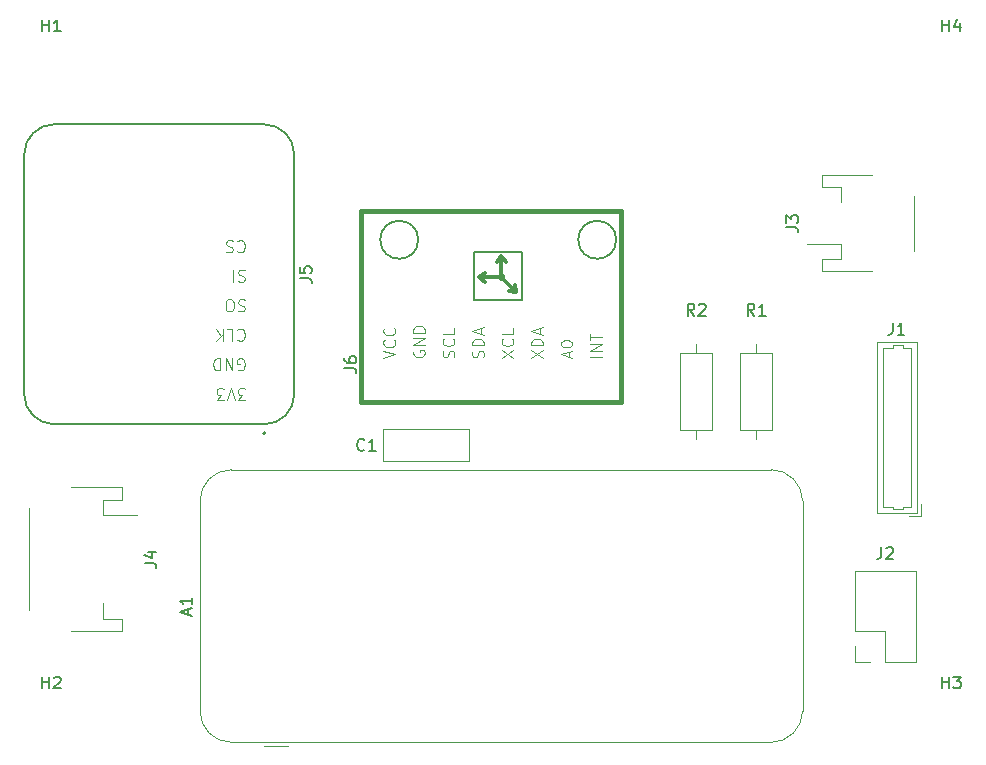
<source format=gbr>
%TF.GenerationSoftware,KiCad,Pcbnew,9.0.4*%
%TF.CreationDate,2025-11-11T21:51:20-08:00*%
%TF.ProjectId,latex-launch-2-pcb,6c617465-782d-46c6-9175-6e63682d322d,rev?*%
%TF.SameCoordinates,Original*%
%TF.FileFunction,Legend,Top*%
%TF.FilePolarity,Positive*%
%FSLAX46Y46*%
G04 Gerber Fmt 4.6, Leading zero omitted, Abs format (unit mm)*
G04 Created by KiCad (PCBNEW 9.0.4) date 2025-11-11 21:51:20*
%MOMM*%
%LPD*%
G01*
G04 APERTURE LIST*
%ADD10C,0.150000*%
%ADD11C,0.100000*%
%ADD12C,0.120000*%
%ADD13C,0.127000*%
%ADD14C,0.304800*%
%ADD15C,0.406400*%
%ADD16C,0.200000*%
G04 APERTURE END LIST*
D10*
X176788819Y-87201333D02*
X177503104Y-87201333D01*
X177503104Y-87201333D02*
X177645961Y-87248952D01*
X177645961Y-87248952D02*
X177741200Y-87344190D01*
X177741200Y-87344190D02*
X177788819Y-87487047D01*
X177788819Y-87487047D02*
X177788819Y-87582285D01*
X176788819Y-86820380D02*
X176788819Y-86201333D01*
X176788819Y-86201333D02*
X177169771Y-86534666D01*
X177169771Y-86534666D02*
X177169771Y-86391809D01*
X177169771Y-86391809D02*
X177217390Y-86296571D01*
X177217390Y-86296571D02*
X177265009Y-86248952D01*
X177265009Y-86248952D02*
X177360247Y-86201333D01*
X177360247Y-86201333D02*
X177598342Y-86201333D01*
X177598342Y-86201333D02*
X177693580Y-86248952D01*
X177693580Y-86248952D02*
X177741200Y-86296571D01*
X177741200Y-86296571D02*
X177788819Y-86391809D01*
X177788819Y-86391809D02*
X177788819Y-86677523D01*
X177788819Y-86677523D02*
X177741200Y-86772761D01*
X177741200Y-86772761D02*
X177693580Y-86820380D01*
X113792095Y-70618819D02*
X113792095Y-69618819D01*
X113792095Y-70095009D02*
X114363523Y-70095009D01*
X114363523Y-70618819D02*
X114363523Y-69618819D01*
X115363523Y-70618819D02*
X114792095Y-70618819D01*
X115077809Y-70618819D02*
X115077809Y-69618819D01*
X115077809Y-69618819D02*
X114982571Y-69761676D01*
X114982571Y-69761676D02*
X114887333Y-69856914D01*
X114887333Y-69856914D02*
X114792095Y-69904533D01*
X189992095Y-70618819D02*
X189992095Y-69618819D01*
X189992095Y-70095009D02*
X190563523Y-70095009D01*
X190563523Y-70618819D02*
X190563523Y-69618819D01*
X191468285Y-69952152D02*
X191468285Y-70618819D01*
X191230190Y-69571200D02*
X190992095Y-70285485D01*
X190992095Y-70285485D02*
X191611142Y-70285485D01*
X189992095Y-126244819D02*
X189992095Y-125244819D01*
X189992095Y-125721009D02*
X190563523Y-125721009D01*
X190563523Y-126244819D02*
X190563523Y-125244819D01*
X190944476Y-125244819D02*
X191563523Y-125244819D01*
X191563523Y-125244819D02*
X191230190Y-125625771D01*
X191230190Y-125625771D02*
X191373047Y-125625771D01*
X191373047Y-125625771D02*
X191468285Y-125673390D01*
X191468285Y-125673390D02*
X191515904Y-125721009D01*
X191515904Y-125721009D02*
X191563523Y-125816247D01*
X191563523Y-125816247D02*
X191563523Y-126054342D01*
X191563523Y-126054342D02*
X191515904Y-126149580D01*
X191515904Y-126149580D02*
X191468285Y-126197200D01*
X191468285Y-126197200D02*
X191373047Y-126244819D01*
X191373047Y-126244819D02*
X191087333Y-126244819D01*
X191087333Y-126244819D02*
X190992095Y-126197200D01*
X190992095Y-126197200D02*
X190944476Y-126149580D01*
X113792095Y-126244819D02*
X113792095Y-125244819D01*
X113792095Y-125721009D02*
X114363523Y-125721009D01*
X114363523Y-126244819D02*
X114363523Y-125244819D01*
X114792095Y-125340057D02*
X114839714Y-125292438D01*
X114839714Y-125292438D02*
X114934952Y-125244819D01*
X114934952Y-125244819D02*
X115173047Y-125244819D01*
X115173047Y-125244819D02*
X115268285Y-125292438D01*
X115268285Y-125292438D02*
X115315904Y-125340057D01*
X115315904Y-125340057D02*
X115363523Y-125435295D01*
X115363523Y-125435295D02*
X115363523Y-125530533D01*
X115363523Y-125530533D02*
X115315904Y-125673390D01*
X115315904Y-125673390D02*
X114744476Y-126244819D01*
X114744476Y-126244819D02*
X115363523Y-126244819D01*
X139383419Y-99139333D02*
X140097704Y-99139333D01*
X140097704Y-99139333D02*
X140240561Y-99186952D01*
X140240561Y-99186952D02*
X140335800Y-99282190D01*
X140335800Y-99282190D02*
X140383419Y-99425047D01*
X140383419Y-99425047D02*
X140383419Y-99520285D01*
X139383419Y-98234571D02*
X139383419Y-98425047D01*
X139383419Y-98425047D02*
X139431038Y-98520285D01*
X139431038Y-98520285D02*
X139478657Y-98567904D01*
X139478657Y-98567904D02*
X139621514Y-98663142D01*
X139621514Y-98663142D02*
X139811990Y-98710761D01*
X139811990Y-98710761D02*
X140192942Y-98710761D01*
X140192942Y-98710761D02*
X140288180Y-98663142D01*
X140288180Y-98663142D02*
X140335800Y-98615523D01*
X140335800Y-98615523D02*
X140383419Y-98520285D01*
X140383419Y-98520285D02*
X140383419Y-98329809D01*
X140383419Y-98329809D02*
X140335800Y-98234571D01*
X140335800Y-98234571D02*
X140288180Y-98186952D01*
X140288180Y-98186952D02*
X140192942Y-98139333D01*
X140192942Y-98139333D02*
X139954847Y-98139333D01*
X139954847Y-98139333D02*
X139859609Y-98186952D01*
X139859609Y-98186952D02*
X139811990Y-98234571D01*
X139811990Y-98234571D02*
X139764371Y-98329809D01*
X139764371Y-98329809D02*
X139764371Y-98520285D01*
X139764371Y-98520285D02*
X139811990Y-98615523D01*
X139811990Y-98615523D02*
X139859609Y-98663142D01*
X139859609Y-98663142D02*
X139954847Y-98710761D01*
D11*
X151138800Y-98216734D02*
X151186419Y-98073877D01*
X151186419Y-98073877D02*
X151186419Y-97835782D01*
X151186419Y-97835782D02*
X151138800Y-97740544D01*
X151138800Y-97740544D02*
X151091180Y-97692925D01*
X151091180Y-97692925D02*
X150995942Y-97645306D01*
X150995942Y-97645306D02*
X150900704Y-97645306D01*
X150900704Y-97645306D02*
X150805466Y-97692925D01*
X150805466Y-97692925D02*
X150757847Y-97740544D01*
X150757847Y-97740544D02*
X150710228Y-97835782D01*
X150710228Y-97835782D02*
X150662609Y-98026258D01*
X150662609Y-98026258D02*
X150614990Y-98121496D01*
X150614990Y-98121496D02*
X150567371Y-98169115D01*
X150567371Y-98169115D02*
X150472133Y-98216734D01*
X150472133Y-98216734D02*
X150376895Y-98216734D01*
X150376895Y-98216734D02*
X150281657Y-98169115D01*
X150281657Y-98169115D02*
X150234038Y-98121496D01*
X150234038Y-98121496D02*
X150186419Y-98026258D01*
X150186419Y-98026258D02*
X150186419Y-97788163D01*
X150186419Y-97788163D02*
X150234038Y-97645306D01*
X151186419Y-97216734D02*
X150186419Y-97216734D01*
X150186419Y-97216734D02*
X150186419Y-96978639D01*
X150186419Y-96978639D02*
X150234038Y-96835782D01*
X150234038Y-96835782D02*
X150329276Y-96740544D01*
X150329276Y-96740544D02*
X150424514Y-96692925D01*
X150424514Y-96692925D02*
X150614990Y-96645306D01*
X150614990Y-96645306D02*
X150757847Y-96645306D01*
X150757847Y-96645306D02*
X150948323Y-96692925D01*
X150948323Y-96692925D02*
X151043561Y-96740544D01*
X151043561Y-96740544D02*
X151138800Y-96835782D01*
X151138800Y-96835782D02*
X151186419Y-96978639D01*
X151186419Y-96978639D02*
X151186419Y-97216734D01*
X150900704Y-96264353D02*
X150900704Y-95788163D01*
X151186419Y-96359591D02*
X150186419Y-96026258D01*
X150186419Y-96026258D02*
X151186419Y-95692925D01*
X158400704Y-98216734D02*
X158400704Y-97740544D01*
X158686419Y-98311972D02*
X157686419Y-97978639D01*
X157686419Y-97978639D02*
X158686419Y-97645306D01*
X157686419Y-97121496D02*
X157686419Y-97026258D01*
X157686419Y-97026258D02*
X157734038Y-96931020D01*
X157734038Y-96931020D02*
X157781657Y-96883401D01*
X157781657Y-96883401D02*
X157876895Y-96835782D01*
X157876895Y-96835782D02*
X158067371Y-96788163D01*
X158067371Y-96788163D02*
X158305466Y-96788163D01*
X158305466Y-96788163D02*
X158495942Y-96835782D01*
X158495942Y-96835782D02*
X158591180Y-96883401D01*
X158591180Y-96883401D02*
X158638800Y-96931020D01*
X158638800Y-96931020D02*
X158686419Y-97026258D01*
X158686419Y-97026258D02*
X158686419Y-97121496D01*
X158686419Y-97121496D02*
X158638800Y-97216734D01*
X158638800Y-97216734D02*
X158591180Y-97264353D01*
X158591180Y-97264353D02*
X158495942Y-97311972D01*
X158495942Y-97311972D02*
X158305466Y-97359591D01*
X158305466Y-97359591D02*
X158067371Y-97359591D01*
X158067371Y-97359591D02*
X157876895Y-97311972D01*
X157876895Y-97311972D02*
X157781657Y-97264353D01*
X157781657Y-97264353D02*
X157734038Y-97216734D01*
X157734038Y-97216734D02*
X157686419Y-97121496D01*
X161186419Y-98169115D02*
X160186419Y-98169115D01*
X161186419Y-97692925D02*
X160186419Y-97692925D01*
X160186419Y-97692925D02*
X161186419Y-97121497D01*
X161186419Y-97121497D02*
X160186419Y-97121497D01*
X160186419Y-96788163D02*
X160186419Y-96216735D01*
X161186419Y-96502449D02*
X160186419Y-96502449D01*
X155186419Y-98264353D02*
X156186419Y-97597687D01*
X155186419Y-97597687D02*
X156186419Y-98264353D01*
X156186419Y-97216734D02*
X155186419Y-97216734D01*
X155186419Y-97216734D02*
X155186419Y-96978639D01*
X155186419Y-96978639D02*
X155234038Y-96835782D01*
X155234038Y-96835782D02*
X155329276Y-96740544D01*
X155329276Y-96740544D02*
X155424514Y-96692925D01*
X155424514Y-96692925D02*
X155614990Y-96645306D01*
X155614990Y-96645306D02*
X155757847Y-96645306D01*
X155757847Y-96645306D02*
X155948323Y-96692925D01*
X155948323Y-96692925D02*
X156043561Y-96740544D01*
X156043561Y-96740544D02*
X156138800Y-96835782D01*
X156138800Y-96835782D02*
X156186419Y-96978639D01*
X156186419Y-96978639D02*
X156186419Y-97216734D01*
X155900704Y-96264353D02*
X155900704Y-95788163D01*
X156186419Y-96359591D02*
X155186419Y-96026258D01*
X155186419Y-96026258D02*
X156186419Y-95692925D01*
X152686419Y-98264353D02*
X153686419Y-97597687D01*
X152686419Y-97597687D02*
X153686419Y-98264353D01*
X153591180Y-96645306D02*
X153638800Y-96692925D01*
X153638800Y-96692925D02*
X153686419Y-96835782D01*
X153686419Y-96835782D02*
X153686419Y-96931020D01*
X153686419Y-96931020D02*
X153638800Y-97073877D01*
X153638800Y-97073877D02*
X153543561Y-97169115D01*
X153543561Y-97169115D02*
X153448323Y-97216734D01*
X153448323Y-97216734D02*
X153257847Y-97264353D01*
X153257847Y-97264353D02*
X153114990Y-97264353D01*
X153114990Y-97264353D02*
X152924514Y-97216734D01*
X152924514Y-97216734D02*
X152829276Y-97169115D01*
X152829276Y-97169115D02*
X152734038Y-97073877D01*
X152734038Y-97073877D02*
X152686419Y-96931020D01*
X152686419Y-96931020D02*
X152686419Y-96835782D01*
X152686419Y-96835782D02*
X152734038Y-96692925D01*
X152734038Y-96692925D02*
X152781657Y-96645306D01*
X153686419Y-95740544D02*
X153686419Y-96216734D01*
X153686419Y-96216734D02*
X152686419Y-96216734D01*
X142686419Y-98311972D02*
X143686419Y-97978639D01*
X143686419Y-97978639D02*
X142686419Y-97645306D01*
X143591180Y-96740544D02*
X143638800Y-96788163D01*
X143638800Y-96788163D02*
X143686419Y-96931020D01*
X143686419Y-96931020D02*
X143686419Y-97026258D01*
X143686419Y-97026258D02*
X143638800Y-97169115D01*
X143638800Y-97169115D02*
X143543561Y-97264353D01*
X143543561Y-97264353D02*
X143448323Y-97311972D01*
X143448323Y-97311972D02*
X143257847Y-97359591D01*
X143257847Y-97359591D02*
X143114990Y-97359591D01*
X143114990Y-97359591D02*
X142924514Y-97311972D01*
X142924514Y-97311972D02*
X142829276Y-97264353D01*
X142829276Y-97264353D02*
X142734038Y-97169115D01*
X142734038Y-97169115D02*
X142686419Y-97026258D01*
X142686419Y-97026258D02*
X142686419Y-96931020D01*
X142686419Y-96931020D02*
X142734038Y-96788163D01*
X142734038Y-96788163D02*
X142781657Y-96740544D01*
X143591180Y-95740544D02*
X143638800Y-95788163D01*
X143638800Y-95788163D02*
X143686419Y-95931020D01*
X143686419Y-95931020D02*
X143686419Y-96026258D01*
X143686419Y-96026258D02*
X143638800Y-96169115D01*
X143638800Y-96169115D02*
X143543561Y-96264353D01*
X143543561Y-96264353D02*
X143448323Y-96311972D01*
X143448323Y-96311972D02*
X143257847Y-96359591D01*
X143257847Y-96359591D02*
X143114990Y-96359591D01*
X143114990Y-96359591D02*
X142924514Y-96311972D01*
X142924514Y-96311972D02*
X142829276Y-96264353D01*
X142829276Y-96264353D02*
X142734038Y-96169115D01*
X142734038Y-96169115D02*
X142686419Y-96026258D01*
X142686419Y-96026258D02*
X142686419Y-95931020D01*
X142686419Y-95931020D02*
X142734038Y-95788163D01*
X142734038Y-95788163D02*
X142781657Y-95740544D01*
X148638800Y-98216734D02*
X148686419Y-98073877D01*
X148686419Y-98073877D02*
X148686419Y-97835782D01*
X148686419Y-97835782D02*
X148638800Y-97740544D01*
X148638800Y-97740544D02*
X148591180Y-97692925D01*
X148591180Y-97692925D02*
X148495942Y-97645306D01*
X148495942Y-97645306D02*
X148400704Y-97645306D01*
X148400704Y-97645306D02*
X148305466Y-97692925D01*
X148305466Y-97692925D02*
X148257847Y-97740544D01*
X148257847Y-97740544D02*
X148210228Y-97835782D01*
X148210228Y-97835782D02*
X148162609Y-98026258D01*
X148162609Y-98026258D02*
X148114990Y-98121496D01*
X148114990Y-98121496D02*
X148067371Y-98169115D01*
X148067371Y-98169115D02*
X147972133Y-98216734D01*
X147972133Y-98216734D02*
X147876895Y-98216734D01*
X147876895Y-98216734D02*
X147781657Y-98169115D01*
X147781657Y-98169115D02*
X147734038Y-98121496D01*
X147734038Y-98121496D02*
X147686419Y-98026258D01*
X147686419Y-98026258D02*
X147686419Y-97788163D01*
X147686419Y-97788163D02*
X147734038Y-97645306D01*
X148591180Y-96645306D02*
X148638800Y-96692925D01*
X148638800Y-96692925D02*
X148686419Y-96835782D01*
X148686419Y-96835782D02*
X148686419Y-96931020D01*
X148686419Y-96931020D02*
X148638800Y-97073877D01*
X148638800Y-97073877D02*
X148543561Y-97169115D01*
X148543561Y-97169115D02*
X148448323Y-97216734D01*
X148448323Y-97216734D02*
X148257847Y-97264353D01*
X148257847Y-97264353D02*
X148114990Y-97264353D01*
X148114990Y-97264353D02*
X147924514Y-97216734D01*
X147924514Y-97216734D02*
X147829276Y-97169115D01*
X147829276Y-97169115D02*
X147734038Y-97073877D01*
X147734038Y-97073877D02*
X147686419Y-96931020D01*
X147686419Y-96931020D02*
X147686419Y-96835782D01*
X147686419Y-96835782D02*
X147734038Y-96692925D01*
X147734038Y-96692925D02*
X147781657Y-96645306D01*
X148686419Y-95740544D02*
X148686419Y-96216734D01*
X148686419Y-96216734D02*
X147686419Y-96216734D01*
X145234038Y-97645306D02*
X145186419Y-97740544D01*
X145186419Y-97740544D02*
X145186419Y-97883401D01*
X145186419Y-97883401D02*
X145234038Y-98026258D01*
X145234038Y-98026258D02*
X145329276Y-98121496D01*
X145329276Y-98121496D02*
X145424514Y-98169115D01*
X145424514Y-98169115D02*
X145614990Y-98216734D01*
X145614990Y-98216734D02*
X145757847Y-98216734D01*
X145757847Y-98216734D02*
X145948323Y-98169115D01*
X145948323Y-98169115D02*
X146043561Y-98121496D01*
X146043561Y-98121496D02*
X146138800Y-98026258D01*
X146138800Y-98026258D02*
X146186419Y-97883401D01*
X146186419Y-97883401D02*
X146186419Y-97788163D01*
X146186419Y-97788163D02*
X146138800Y-97645306D01*
X146138800Y-97645306D02*
X146091180Y-97597687D01*
X146091180Y-97597687D02*
X145757847Y-97597687D01*
X145757847Y-97597687D02*
X145757847Y-97788163D01*
X146186419Y-97169115D02*
X145186419Y-97169115D01*
X145186419Y-97169115D02*
X146186419Y-96597687D01*
X146186419Y-96597687D02*
X145186419Y-96597687D01*
X146186419Y-96121496D02*
X145186419Y-96121496D01*
X145186419Y-96121496D02*
X145186419Y-95883401D01*
X145186419Y-95883401D02*
X145234038Y-95740544D01*
X145234038Y-95740544D02*
X145329276Y-95645306D01*
X145329276Y-95645306D02*
X145424514Y-95597687D01*
X145424514Y-95597687D02*
X145614990Y-95550068D01*
X145614990Y-95550068D02*
X145757847Y-95550068D01*
X145757847Y-95550068D02*
X145948323Y-95597687D01*
X145948323Y-95597687D02*
X146043561Y-95645306D01*
X146043561Y-95645306D02*
X146138800Y-95740544D01*
X146138800Y-95740544D02*
X146186419Y-95883401D01*
X146186419Y-95883401D02*
X146186419Y-96121496D01*
D10*
X174077333Y-94688819D02*
X173744000Y-94212628D01*
X173505905Y-94688819D02*
X173505905Y-93688819D01*
X173505905Y-93688819D02*
X173886857Y-93688819D01*
X173886857Y-93688819D02*
X173982095Y-93736438D01*
X173982095Y-93736438D02*
X174029714Y-93784057D01*
X174029714Y-93784057D02*
X174077333Y-93879295D01*
X174077333Y-93879295D02*
X174077333Y-94022152D01*
X174077333Y-94022152D02*
X174029714Y-94117390D01*
X174029714Y-94117390D02*
X173982095Y-94165009D01*
X173982095Y-94165009D02*
X173886857Y-94212628D01*
X173886857Y-94212628D02*
X173505905Y-94212628D01*
X175029714Y-94688819D02*
X174458286Y-94688819D01*
X174744000Y-94688819D02*
X174744000Y-93688819D01*
X174744000Y-93688819D02*
X174648762Y-93831676D01*
X174648762Y-93831676D02*
X174553524Y-93926914D01*
X174553524Y-93926914D02*
X174458286Y-93974533D01*
X185795666Y-95289819D02*
X185795666Y-96004104D01*
X185795666Y-96004104D02*
X185748047Y-96146961D01*
X185748047Y-96146961D02*
X185652809Y-96242200D01*
X185652809Y-96242200D02*
X185509952Y-96289819D01*
X185509952Y-96289819D02*
X185414714Y-96289819D01*
X186795666Y-96289819D02*
X186224238Y-96289819D01*
X186509952Y-96289819D02*
X186509952Y-95289819D01*
X186509952Y-95289819D02*
X186414714Y-95432676D01*
X186414714Y-95432676D02*
X186319476Y-95527914D01*
X186319476Y-95527914D02*
X186224238Y-95575533D01*
X168997333Y-94688819D02*
X168664000Y-94212628D01*
X168425905Y-94688819D02*
X168425905Y-93688819D01*
X168425905Y-93688819D02*
X168806857Y-93688819D01*
X168806857Y-93688819D02*
X168902095Y-93736438D01*
X168902095Y-93736438D02*
X168949714Y-93784057D01*
X168949714Y-93784057D02*
X168997333Y-93879295D01*
X168997333Y-93879295D02*
X168997333Y-94022152D01*
X168997333Y-94022152D02*
X168949714Y-94117390D01*
X168949714Y-94117390D02*
X168902095Y-94165009D01*
X168902095Y-94165009D02*
X168806857Y-94212628D01*
X168806857Y-94212628D02*
X168425905Y-94212628D01*
X169378286Y-93784057D02*
X169425905Y-93736438D01*
X169425905Y-93736438D02*
X169521143Y-93688819D01*
X169521143Y-93688819D02*
X169759238Y-93688819D01*
X169759238Y-93688819D02*
X169854476Y-93736438D01*
X169854476Y-93736438D02*
X169902095Y-93784057D01*
X169902095Y-93784057D02*
X169949714Y-93879295D01*
X169949714Y-93879295D02*
X169949714Y-93974533D01*
X169949714Y-93974533D02*
X169902095Y-94117390D01*
X169902095Y-94117390D02*
X169330667Y-94688819D01*
X169330667Y-94688819D02*
X169949714Y-94688819D01*
X122454819Y-115633333D02*
X123169104Y-115633333D01*
X123169104Y-115633333D02*
X123311961Y-115680952D01*
X123311961Y-115680952D02*
X123407200Y-115776190D01*
X123407200Y-115776190D02*
X123454819Y-115919047D01*
X123454819Y-115919047D02*
X123454819Y-116014285D01*
X122788152Y-114728571D02*
X123454819Y-114728571D01*
X122407200Y-114966666D02*
X123121485Y-115204761D01*
X123121485Y-115204761D02*
X123121485Y-114585714D01*
X141057333Y-106023580D02*
X141009714Y-106071200D01*
X141009714Y-106071200D02*
X140866857Y-106118819D01*
X140866857Y-106118819D02*
X140771619Y-106118819D01*
X140771619Y-106118819D02*
X140628762Y-106071200D01*
X140628762Y-106071200D02*
X140533524Y-105975961D01*
X140533524Y-105975961D02*
X140485905Y-105880723D01*
X140485905Y-105880723D02*
X140438286Y-105690247D01*
X140438286Y-105690247D02*
X140438286Y-105547390D01*
X140438286Y-105547390D02*
X140485905Y-105356914D01*
X140485905Y-105356914D02*
X140533524Y-105261676D01*
X140533524Y-105261676D02*
X140628762Y-105166438D01*
X140628762Y-105166438D02*
X140771619Y-105118819D01*
X140771619Y-105118819D02*
X140866857Y-105118819D01*
X140866857Y-105118819D02*
X141009714Y-105166438D01*
X141009714Y-105166438D02*
X141057333Y-105214057D01*
X142009714Y-106118819D02*
X141438286Y-106118819D01*
X141724000Y-106118819D02*
X141724000Y-105118819D01*
X141724000Y-105118819D02*
X141628762Y-105261676D01*
X141628762Y-105261676D02*
X141533524Y-105356914D01*
X141533524Y-105356914D02*
X141438286Y-105404533D01*
X126153104Y-119986785D02*
X126153104Y-119510595D01*
X126438819Y-120082023D02*
X125438819Y-119748690D01*
X125438819Y-119748690D02*
X126438819Y-119415357D01*
X126438819Y-118558214D02*
X126438819Y-119129642D01*
X126438819Y-118843928D02*
X125438819Y-118843928D01*
X125438819Y-118843928D02*
X125581676Y-118939166D01*
X125581676Y-118939166D02*
X125676914Y-119034404D01*
X125676914Y-119034404D02*
X125724533Y-119129642D01*
X184832666Y-114277819D02*
X184832666Y-114992104D01*
X184832666Y-114992104D02*
X184785047Y-115134961D01*
X184785047Y-115134961D02*
X184689809Y-115230200D01*
X184689809Y-115230200D02*
X184546952Y-115277819D01*
X184546952Y-115277819D02*
X184451714Y-115277819D01*
X185261238Y-114373057D02*
X185308857Y-114325438D01*
X185308857Y-114325438D02*
X185404095Y-114277819D01*
X185404095Y-114277819D02*
X185642190Y-114277819D01*
X185642190Y-114277819D02*
X185737428Y-114325438D01*
X185737428Y-114325438D02*
X185785047Y-114373057D01*
X185785047Y-114373057D02*
X185832666Y-114468295D01*
X185832666Y-114468295D02*
X185832666Y-114563533D01*
X185832666Y-114563533D02*
X185785047Y-114706390D01*
X185785047Y-114706390D02*
X185213619Y-115277819D01*
X185213619Y-115277819D02*
X185832666Y-115277819D01*
X135598819Y-91519333D02*
X136313104Y-91519333D01*
X136313104Y-91519333D02*
X136455961Y-91566952D01*
X136455961Y-91566952D02*
X136551200Y-91662190D01*
X136551200Y-91662190D02*
X136598819Y-91805047D01*
X136598819Y-91805047D02*
X136598819Y-91900285D01*
X135598819Y-90566952D02*
X135598819Y-91043142D01*
X135598819Y-91043142D02*
X136075009Y-91090761D01*
X136075009Y-91090761D02*
X136027390Y-91043142D01*
X136027390Y-91043142D02*
X135979771Y-90947904D01*
X135979771Y-90947904D02*
X135979771Y-90709809D01*
X135979771Y-90709809D02*
X136027390Y-90614571D01*
X136027390Y-90614571D02*
X136075009Y-90566952D01*
X136075009Y-90566952D02*
X136170247Y-90519333D01*
X136170247Y-90519333D02*
X136408342Y-90519333D01*
X136408342Y-90519333D02*
X136503580Y-90566952D01*
X136503580Y-90566952D02*
X136551200Y-90614571D01*
X136551200Y-90614571D02*
X136598819Y-90709809D01*
X136598819Y-90709809D02*
X136598819Y-90947904D01*
X136598819Y-90947904D02*
X136551200Y-91043142D01*
X136551200Y-91043142D02*
X136503580Y-91090761D01*
D11*
X130989353Y-101813580D02*
X130370306Y-101813580D01*
X130370306Y-101813580D02*
X130703639Y-101432628D01*
X130703639Y-101432628D02*
X130560782Y-101432628D01*
X130560782Y-101432628D02*
X130465544Y-101385009D01*
X130465544Y-101385009D02*
X130417925Y-101337390D01*
X130417925Y-101337390D02*
X130370306Y-101242152D01*
X130370306Y-101242152D02*
X130370306Y-101004057D01*
X130370306Y-101004057D02*
X130417925Y-100908819D01*
X130417925Y-100908819D02*
X130465544Y-100861200D01*
X130465544Y-100861200D02*
X130560782Y-100813580D01*
X130560782Y-100813580D02*
X130846496Y-100813580D01*
X130846496Y-100813580D02*
X130941734Y-100861200D01*
X130941734Y-100861200D02*
X130989353Y-100908819D01*
X130084591Y-101813580D02*
X129751258Y-100813580D01*
X129751258Y-100813580D02*
X129417925Y-101813580D01*
X129179829Y-101813580D02*
X128560782Y-101813580D01*
X128560782Y-101813580D02*
X128894115Y-101432628D01*
X128894115Y-101432628D02*
X128751258Y-101432628D01*
X128751258Y-101432628D02*
X128656020Y-101385009D01*
X128656020Y-101385009D02*
X128608401Y-101337390D01*
X128608401Y-101337390D02*
X128560782Y-101242152D01*
X128560782Y-101242152D02*
X128560782Y-101004057D01*
X128560782Y-101004057D02*
X128608401Y-100908819D01*
X128608401Y-100908819D02*
X128656020Y-100861200D01*
X128656020Y-100861200D02*
X128751258Y-100813580D01*
X128751258Y-100813580D02*
X129036972Y-100813580D01*
X129036972Y-100813580D02*
X129132210Y-100861200D01*
X129132210Y-100861200D02*
X129179829Y-100908819D01*
X130941734Y-90861200D02*
X130798877Y-90813580D01*
X130798877Y-90813580D02*
X130560782Y-90813580D01*
X130560782Y-90813580D02*
X130465544Y-90861200D01*
X130465544Y-90861200D02*
X130417925Y-90908819D01*
X130417925Y-90908819D02*
X130370306Y-91004057D01*
X130370306Y-91004057D02*
X130370306Y-91099295D01*
X130370306Y-91099295D02*
X130417925Y-91194533D01*
X130417925Y-91194533D02*
X130465544Y-91242152D01*
X130465544Y-91242152D02*
X130560782Y-91289771D01*
X130560782Y-91289771D02*
X130751258Y-91337390D01*
X130751258Y-91337390D02*
X130846496Y-91385009D01*
X130846496Y-91385009D02*
X130894115Y-91432628D01*
X130894115Y-91432628D02*
X130941734Y-91527866D01*
X130941734Y-91527866D02*
X130941734Y-91623104D01*
X130941734Y-91623104D02*
X130894115Y-91718342D01*
X130894115Y-91718342D02*
X130846496Y-91765961D01*
X130846496Y-91765961D02*
X130751258Y-91813580D01*
X130751258Y-91813580D02*
X130513163Y-91813580D01*
X130513163Y-91813580D02*
X130370306Y-91765961D01*
X129941734Y-90813580D02*
X129941734Y-91813580D01*
X130322687Y-88408819D02*
X130370306Y-88361200D01*
X130370306Y-88361200D02*
X130513163Y-88313580D01*
X130513163Y-88313580D02*
X130608401Y-88313580D01*
X130608401Y-88313580D02*
X130751258Y-88361200D01*
X130751258Y-88361200D02*
X130846496Y-88456438D01*
X130846496Y-88456438D02*
X130894115Y-88551676D01*
X130894115Y-88551676D02*
X130941734Y-88742152D01*
X130941734Y-88742152D02*
X130941734Y-88885009D01*
X130941734Y-88885009D02*
X130894115Y-89075485D01*
X130894115Y-89075485D02*
X130846496Y-89170723D01*
X130846496Y-89170723D02*
X130751258Y-89265961D01*
X130751258Y-89265961D02*
X130608401Y-89313580D01*
X130608401Y-89313580D02*
X130513163Y-89313580D01*
X130513163Y-89313580D02*
X130370306Y-89265961D01*
X130370306Y-89265961D02*
X130322687Y-89218342D01*
X129941734Y-88361200D02*
X129798877Y-88313580D01*
X129798877Y-88313580D02*
X129560782Y-88313580D01*
X129560782Y-88313580D02*
X129465544Y-88361200D01*
X129465544Y-88361200D02*
X129417925Y-88408819D01*
X129417925Y-88408819D02*
X129370306Y-88504057D01*
X129370306Y-88504057D02*
X129370306Y-88599295D01*
X129370306Y-88599295D02*
X129417925Y-88694533D01*
X129417925Y-88694533D02*
X129465544Y-88742152D01*
X129465544Y-88742152D02*
X129560782Y-88789771D01*
X129560782Y-88789771D02*
X129751258Y-88837390D01*
X129751258Y-88837390D02*
X129846496Y-88885009D01*
X129846496Y-88885009D02*
X129894115Y-88932628D01*
X129894115Y-88932628D02*
X129941734Y-89027866D01*
X129941734Y-89027866D02*
X129941734Y-89123104D01*
X129941734Y-89123104D02*
X129894115Y-89218342D01*
X129894115Y-89218342D02*
X129846496Y-89265961D01*
X129846496Y-89265961D02*
X129751258Y-89313580D01*
X129751258Y-89313580D02*
X129513163Y-89313580D01*
X129513163Y-89313580D02*
X129370306Y-89265961D01*
X130941734Y-93361200D02*
X130798877Y-93313580D01*
X130798877Y-93313580D02*
X130560782Y-93313580D01*
X130560782Y-93313580D02*
X130465544Y-93361200D01*
X130465544Y-93361200D02*
X130417925Y-93408819D01*
X130417925Y-93408819D02*
X130370306Y-93504057D01*
X130370306Y-93504057D02*
X130370306Y-93599295D01*
X130370306Y-93599295D02*
X130417925Y-93694533D01*
X130417925Y-93694533D02*
X130465544Y-93742152D01*
X130465544Y-93742152D02*
X130560782Y-93789771D01*
X130560782Y-93789771D02*
X130751258Y-93837390D01*
X130751258Y-93837390D02*
X130846496Y-93885009D01*
X130846496Y-93885009D02*
X130894115Y-93932628D01*
X130894115Y-93932628D02*
X130941734Y-94027866D01*
X130941734Y-94027866D02*
X130941734Y-94123104D01*
X130941734Y-94123104D02*
X130894115Y-94218342D01*
X130894115Y-94218342D02*
X130846496Y-94265961D01*
X130846496Y-94265961D02*
X130751258Y-94313580D01*
X130751258Y-94313580D02*
X130513163Y-94313580D01*
X130513163Y-94313580D02*
X130370306Y-94265961D01*
X129751258Y-94313580D02*
X129560782Y-94313580D01*
X129560782Y-94313580D02*
X129465544Y-94265961D01*
X129465544Y-94265961D02*
X129370306Y-94170723D01*
X129370306Y-94170723D02*
X129322687Y-93980247D01*
X129322687Y-93980247D02*
X129322687Y-93646914D01*
X129322687Y-93646914D02*
X129370306Y-93456438D01*
X129370306Y-93456438D02*
X129465544Y-93361200D01*
X129465544Y-93361200D02*
X129560782Y-93313580D01*
X129560782Y-93313580D02*
X129751258Y-93313580D01*
X129751258Y-93313580D02*
X129846496Y-93361200D01*
X129846496Y-93361200D02*
X129941734Y-93456438D01*
X129941734Y-93456438D02*
X129989353Y-93646914D01*
X129989353Y-93646914D02*
X129989353Y-93980247D01*
X129989353Y-93980247D02*
X129941734Y-94170723D01*
X129941734Y-94170723D02*
X129846496Y-94265961D01*
X129846496Y-94265961D02*
X129751258Y-94313580D01*
X130322687Y-95908819D02*
X130370306Y-95861200D01*
X130370306Y-95861200D02*
X130513163Y-95813580D01*
X130513163Y-95813580D02*
X130608401Y-95813580D01*
X130608401Y-95813580D02*
X130751258Y-95861200D01*
X130751258Y-95861200D02*
X130846496Y-95956438D01*
X130846496Y-95956438D02*
X130894115Y-96051676D01*
X130894115Y-96051676D02*
X130941734Y-96242152D01*
X130941734Y-96242152D02*
X130941734Y-96385009D01*
X130941734Y-96385009D02*
X130894115Y-96575485D01*
X130894115Y-96575485D02*
X130846496Y-96670723D01*
X130846496Y-96670723D02*
X130751258Y-96765961D01*
X130751258Y-96765961D02*
X130608401Y-96813580D01*
X130608401Y-96813580D02*
X130513163Y-96813580D01*
X130513163Y-96813580D02*
X130370306Y-96765961D01*
X130370306Y-96765961D02*
X130322687Y-96718342D01*
X129417925Y-95813580D02*
X129894115Y-95813580D01*
X129894115Y-95813580D02*
X129894115Y-96813580D01*
X129084591Y-95813580D02*
X129084591Y-96813580D01*
X128513163Y-95813580D02*
X128941734Y-96385009D01*
X128513163Y-96813580D02*
X129084591Y-96242152D01*
X130370306Y-99265961D02*
X130465544Y-99313580D01*
X130465544Y-99313580D02*
X130608401Y-99313580D01*
X130608401Y-99313580D02*
X130751258Y-99265961D01*
X130751258Y-99265961D02*
X130846496Y-99170723D01*
X130846496Y-99170723D02*
X130894115Y-99075485D01*
X130894115Y-99075485D02*
X130941734Y-98885009D01*
X130941734Y-98885009D02*
X130941734Y-98742152D01*
X130941734Y-98742152D02*
X130894115Y-98551676D01*
X130894115Y-98551676D02*
X130846496Y-98456438D01*
X130846496Y-98456438D02*
X130751258Y-98361200D01*
X130751258Y-98361200D02*
X130608401Y-98313580D01*
X130608401Y-98313580D02*
X130513163Y-98313580D01*
X130513163Y-98313580D02*
X130370306Y-98361200D01*
X130370306Y-98361200D02*
X130322687Y-98408819D01*
X130322687Y-98408819D02*
X130322687Y-98742152D01*
X130322687Y-98742152D02*
X130513163Y-98742152D01*
X129894115Y-98313580D02*
X129894115Y-99313580D01*
X129894115Y-99313580D02*
X129322687Y-98313580D01*
X129322687Y-98313580D02*
X129322687Y-99313580D01*
X128846496Y-98313580D02*
X128846496Y-99313580D01*
X128846496Y-99313580D02*
X128608401Y-99313580D01*
X128608401Y-99313580D02*
X128465544Y-99265961D01*
X128465544Y-99265961D02*
X128370306Y-99170723D01*
X128370306Y-99170723D02*
X128322687Y-99075485D01*
X128322687Y-99075485D02*
X128275068Y-98885009D01*
X128275068Y-98885009D02*
X128275068Y-98742152D01*
X128275068Y-98742152D02*
X128322687Y-98551676D01*
X128322687Y-98551676D02*
X128370306Y-98456438D01*
X128370306Y-98456438D02*
X128465544Y-98361200D01*
X128465544Y-98361200D02*
X128608401Y-98313580D01*
X128608401Y-98313580D02*
X128846496Y-98313580D01*
D12*
%TO.C,J3*%
X179824000Y-82808000D02*
X179824000Y-83828000D01*
X179824000Y-83828000D02*
X181424000Y-83828000D01*
X179824000Y-89908000D02*
X181424000Y-89908000D01*
X179824000Y-90928000D02*
X179824000Y-89908000D01*
X181424000Y-83828000D02*
X181424000Y-85108000D01*
X181424000Y-88628000D02*
X178534000Y-88628000D01*
X181424000Y-89908000D02*
X181424000Y-88628000D01*
X184074000Y-82808000D02*
X179824000Y-82808000D01*
X184074000Y-90928000D02*
X179824000Y-90928000D01*
X187644000Y-89208000D02*
X187644000Y-84528000D01*
D13*
%TO.C,J6*%
X162388430Y-88265000D02*
G75*
G02*
X159175570Y-88265000I-1606430J0D01*
G01*
X159175570Y-88265000D02*
G75*
G02*
X162388430Y-88265000I1606430J0D01*
G01*
X145624430Y-88265000D02*
G75*
G02*
X142411570Y-88265000I-1606430J0D01*
G01*
X142411570Y-88265000D02*
G75*
G02*
X145624430Y-88265000I1606430J0D01*
G01*
D14*
X152833603Y-91440000D02*
G75*
G02*
X152474397Y-91440000I-179603J0D01*
G01*
X152474397Y-91440000D02*
G75*
G02*
X152833603Y-91440000I179603J0D01*
G01*
D15*
X162814000Y-85823000D02*
X140814000Y-85823000D01*
X140814000Y-85823000D02*
X140814000Y-101973000D01*
D13*
X154432000Y-89281000D02*
X150368000Y-89281000D01*
X150368000Y-89281000D02*
X150368000Y-93345000D01*
D14*
X152654000Y-89662000D02*
X153035000Y-90170000D01*
X152273000Y-90170000D02*
X152654000Y-89662000D01*
X151257000Y-91059000D02*
X150749000Y-91440000D01*
X152654000Y-91440000D02*
X152654000Y-89662000D01*
X152654000Y-91440000D02*
X150749000Y-91440000D01*
X152654000Y-91440000D02*
X153924000Y-92710000D01*
X150749000Y-91440000D02*
X151257000Y-91821000D01*
X153924000Y-92710000D02*
X153797000Y-92075000D01*
X153924000Y-92710000D02*
X153289000Y-92583000D01*
D13*
X154432000Y-93345000D02*
X154432000Y-89281000D01*
X150368000Y-93345000D02*
X154432000Y-93345000D01*
D15*
X162814000Y-101973000D02*
X162814000Y-85823000D01*
X140814000Y-101973000D02*
X162814000Y-101973000D01*
D12*
%TO.C,R1*%
X174244000Y-105132000D02*
X174244000Y-104362000D01*
X174244000Y-97052000D02*
X174244000Y-97822000D01*
X175614000Y-97822000D02*
X172874000Y-97822000D01*
X172874000Y-104362000D01*
X175614000Y-104362000D01*
X175614000Y-97822000D01*
%TO.C,J1*%
X188187000Y-111665000D02*
X187187000Y-111665000D01*
X188187000Y-111665000D02*
X188187000Y-110665000D01*
X184477000Y-111375000D02*
X187897000Y-111375000D01*
X187897000Y-111375000D02*
X187897000Y-96905000D01*
X185837000Y-111065000D02*
X185837000Y-110865000D01*
X186637000Y-111065000D02*
X185837000Y-111065000D01*
X184987000Y-110865000D02*
X184987000Y-104140000D01*
X185837000Y-110865000D02*
X184987000Y-110865000D01*
X186637000Y-110865000D02*
X186637000Y-111065000D01*
X187387000Y-110865000D02*
X186637000Y-110865000D01*
X187387000Y-104140000D02*
X187387000Y-110865000D01*
X187387000Y-104140000D02*
X187387000Y-97415000D01*
X184987000Y-97415000D02*
X184987000Y-104140000D01*
X185837000Y-97415000D02*
X184987000Y-97415000D01*
X186637000Y-97415000D02*
X186637000Y-97215000D01*
X187387000Y-97415000D02*
X186637000Y-97415000D01*
X185837000Y-97215000D02*
X185837000Y-97415000D01*
X186637000Y-97215000D02*
X185837000Y-97215000D01*
X184477000Y-96905000D02*
X184477000Y-111375000D01*
X187897000Y-96905000D02*
X184477000Y-96905000D01*
%TO.C,R2*%
X169164000Y-105132000D02*
X169164000Y-104362000D01*
X169164000Y-97052000D02*
X169164000Y-97822000D01*
X167794000Y-104362000D02*
X170534000Y-104362000D01*
X170534000Y-97822000D01*
X167794000Y-97822000D01*
X167794000Y-104362000D01*
%TO.C,J4*%
X112690000Y-110960000D02*
X112690000Y-119640000D01*
X116260000Y-109240000D02*
X120510000Y-109240000D01*
X116260000Y-121360000D02*
X120510000Y-121360000D01*
X118910000Y-110260000D02*
X118910000Y-111540000D01*
X118910000Y-111540000D02*
X121800000Y-111540000D01*
X118910000Y-120340000D02*
X118910000Y-119060000D01*
X120510000Y-109240000D02*
X120510000Y-110260000D01*
X120510000Y-110260000D02*
X118910000Y-110260000D01*
X120510000Y-120340000D02*
X118910000Y-120340000D01*
X120510000Y-121360000D02*
X120510000Y-120340000D01*
%TO.C,C1*%
X149924000Y-107034000D02*
X142684000Y-107034000D01*
X149924000Y-104294000D02*
X149924000Y-107034000D01*
X142684000Y-107034000D02*
X142684000Y-104294000D01*
X142684000Y-104294000D02*
X149924000Y-104294000D01*
%TO.C,A1*%
X134604000Y-131132500D02*
X132604000Y-131132500D01*
X129794000Y-130812500D02*
X175514000Y-130812500D01*
X127144000Y-110382500D02*
X127144000Y-128162500D01*
X178164000Y-110382500D02*
X178164000Y-128162500D01*
X129794000Y-107732500D02*
X175514000Y-107732500D01*
X129794000Y-130812500D02*
G75*
G02*
X127144000Y-128162500I0J2650000D01*
G01*
X178164000Y-128162500D02*
G75*
G02*
X175514000Y-130812500I-2650000J0D01*
G01*
X127144000Y-110382500D02*
G75*
G02*
X129794000Y-107732500I2650000J0D01*
G01*
X175514000Y-107732500D02*
G75*
G02*
X178164000Y-110382500I0J-2650000D01*
G01*
%TO.C,J2*%
X182566000Y-124012000D02*
X182566000Y-122682000D01*
X183896000Y-124012000D02*
X182566000Y-124012000D01*
X185166000Y-124012000D02*
X185166000Y-121412000D01*
X187766000Y-124012000D02*
X185166000Y-124012000D01*
X187766000Y-124012000D02*
X187766000Y-116272000D01*
X182566000Y-121412000D02*
X182566000Y-116272000D01*
X185166000Y-121412000D02*
X182566000Y-121412000D01*
X187766000Y-116272000D02*
X182566000Y-116272000D01*
D13*
%TO.C,J5*%
X114808000Y-78486000D02*
X132588000Y-78486000D01*
X135128000Y-81026000D02*
X135128000Y-101346000D01*
X112268000Y-101346000D02*
X112268000Y-81026000D01*
X132588000Y-103886000D02*
X114808000Y-103886000D01*
X132588000Y-78486000D02*
G75*
G02*
X135128000Y-81026000I0J-2540000D01*
G01*
X112268000Y-81026000D02*
G75*
G02*
X114808000Y-78486000I2540000J0D01*
G01*
X135128000Y-101346000D02*
G75*
G02*
X132588000Y-103886000I-2540001J1D01*
G01*
X114808000Y-103886000D02*
G75*
G02*
X112268000Y-101346000I1J2540001D01*
G01*
D16*
X132688000Y-104636000D02*
G75*
G02*
X132488000Y-104636000I-100000J0D01*
G01*
X132488000Y-104636000D02*
G75*
G02*
X132688000Y-104636000I100000J0D01*
G01*
%TD*%
M02*

</source>
